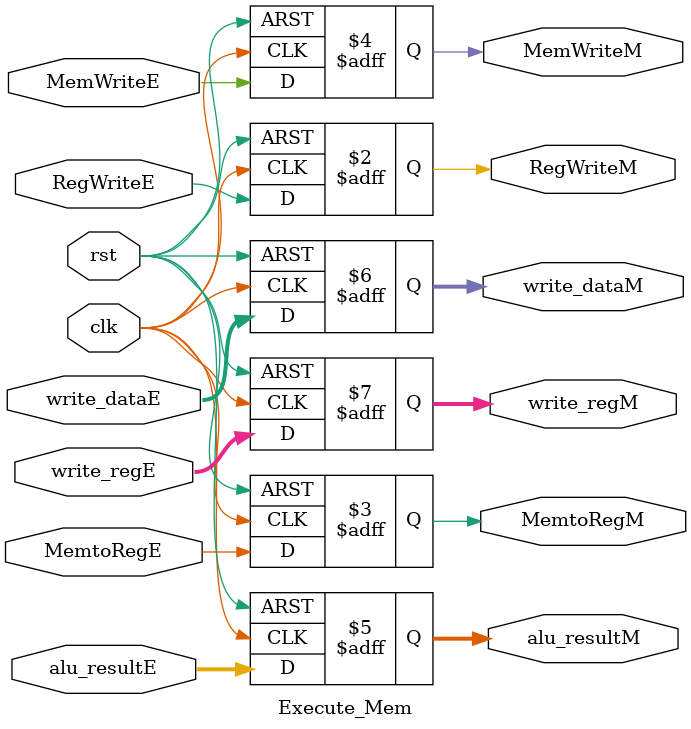
<source format=v>
module Execute_Mem (clk , rst , RegWriteE , MemtoRegE,  MemWriteE , alu_resultE , write_dataE, write_regE,
    RegWriteM , MemtoRegM,  MemWriteM , alu_resultM , write_dataM , write_regM);

    parameter DATA_WIDTH = 32;
    input clk , rst , RegWriteE , MemtoRegE,  MemWriteE;
    input [DATA_WIDTH-1:0] alu_resultE , write_dataE;
    input [4:0] write_regE;
    output reg RegWriteM , MemtoRegM, MemWriteM;
    output reg [DATA_WIDTH-1:0] alu_resultM , write_dataM;
    output reg [4:0] write_regM;
    
    always @(posedge clk or posedge rst) begin
        if (rst) begin
            RegWriteM <= 0;
            MemtoRegM <= 0;
            MemWriteM <= 0;
            alu_resultM <= 0;
            write_dataM <= 0;
            write_regM <= 0;
        end
        else begin
            RegWriteM <= RegWriteE;
            MemtoRegM <= MemtoRegE;
            MemWriteM <= MemWriteE;
            alu_resultM <= alu_resultE;
            write_dataM <= write_dataE;
            write_regM <= write_regE;
        end
    end
endmodule
</source>
